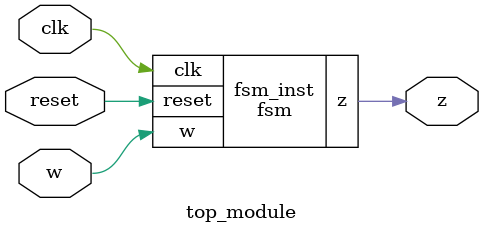
<source format=sv>
module fsm (
    input clk,
    input reset,
    input w,
    output reg z
);

    parameter A = 2'b00;
    parameter B = 2'b01;
    parameter C = 2'b10;
    parameter D = 2'b11;
    parameter E = 2'b00;
    parameter F = 2'b01;

    reg [1:0] state;
    reg [1:0] next_state;

    // state table
    always @(posedge clk or posedge reset) begin
        if (reset)
            state <= A;
        else
            state <= next_state;
    end

    // state flip-flops
    always @(state or w) begin
        case (state)
            A: next_state = w ? B : A;
            B: next_state = w ? C : D;
            C: next_state = w ? E : D;
            D: next_state = w ? F : A;
            E: next_state = w ? E : D;
            F: next_state = w ? C : D;
        endcase
    end

    // FSM output
    always @(state) begin
        case (state)
            A, B, C, D: z = 0;
            E, F: z = 1;
        endcase
    end

endmodule
module top_module (
    input clk,
    input reset,
    input w,
    output reg z
);

    fsm fsm_inst (
        .clk(clk),
        .reset(reset),
        .w(w),
        .z(z)
    );

endmodule

</source>
